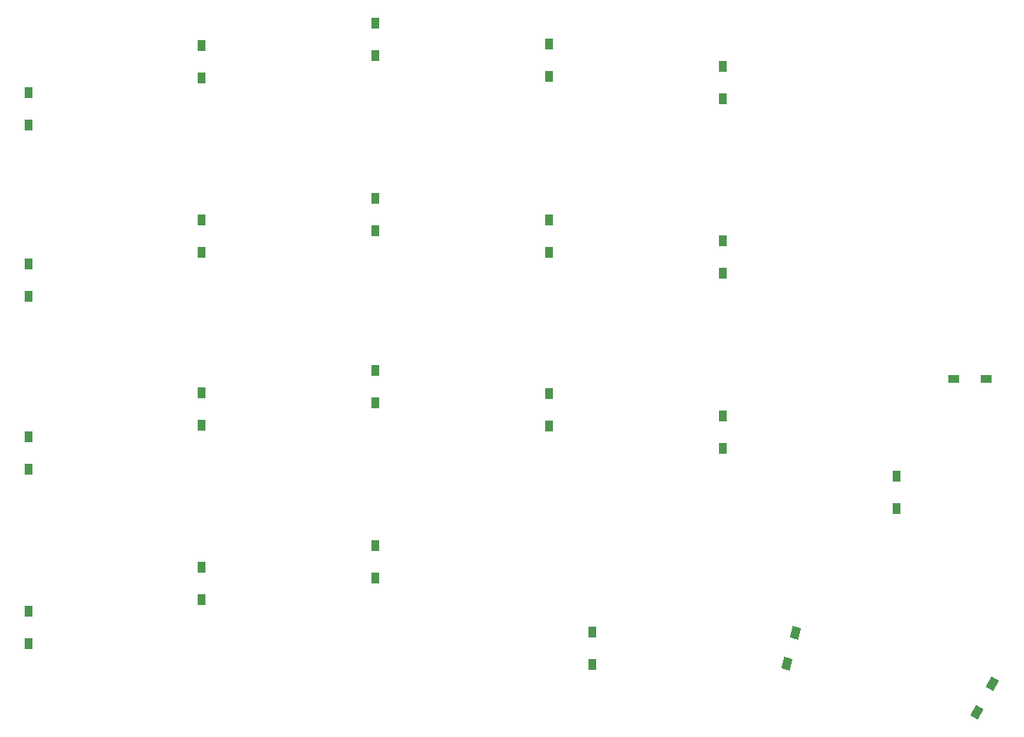
<source format=gbr>
%TF.GenerationSoftware,KiCad,Pcbnew,7.0.10*%
%TF.CreationDate,2024-09-26T01:26:01+09:00*%
%TF.ProjectId,keyboard_denchi_left,6b657962-6f61-4726-945f-64656e636869,rev?*%
%TF.SameCoordinates,Original*%
%TF.FileFunction,Paste,Top*%
%TF.FilePolarity,Positive*%
%FSLAX46Y46*%
G04 Gerber Fmt 4.6, Leading zero omitted, Abs format (unit mm)*
G04 Created by KiCad (PCBNEW 7.0.10) date 2024-09-26 01:26:01*
%MOMM*%
%LPD*%
G01*
G04 APERTURE LIST*
G04 Aperture macros list*
%AMRotRect*
0 Rectangle, with rotation*
0 The origin of the aperture is its center*
0 $1 length*
0 $2 width*
0 $3 Rotation angle, in degrees counterclockwise*
0 Add horizontal line*
21,1,$1,$2,0,0,$3*%
G04 Aperture macros list end*
%ADD10R,0.950000X1.300000*%
%ADD11RotRect,1.300000X0.950000X255.000000*%
%ADD12RotRect,1.300000X0.950000X240.000000*%
%ADD13R,1.300000X0.950000*%
G04 APERTURE END LIST*
D10*
%TO.C,D2*%
X96012000Y-58670000D03*
X96012000Y-62220000D03*
%TD*%
%TO.C,D20*%
X138811000Y-123059000D03*
X138811000Y-126609000D03*
%TD*%
%TO.C,D13*%
X115062000Y-94357000D03*
X115062000Y-97907000D03*
%TD*%
%TO.C,D9*%
X134112000Y-77847000D03*
X134112000Y-81397000D03*
%TD*%
%TO.C,D10*%
X153162000Y-80133000D03*
X153162000Y-83683000D03*
%TD*%
%TO.C,D11*%
X77062000Y-101596000D03*
X77062000Y-105146000D03*
%TD*%
%TO.C,D16*%
X172212000Y-105914000D03*
X172212000Y-109464000D03*
%TD*%
%TO.C,D15*%
X153162000Y-99310000D03*
X153162000Y-102860000D03*
%TD*%
%TO.C,D1*%
X77062000Y-63877000D03*
X77062000Y-67427000D03*
%TD*%
%TO.C,D7*%
X96012000Y-77847000D03*
X96012000Y-81397000D03*
%TD*%
%TO.C,D3*%
X115062000Y-56257000D03*
X115062000Y-59807000D03*
%TD*%
D11*
%TO.C,D21*%
X161114404Y-123119482D03*
X160195596Y-126548518D03*
%TD*%
D10*
%TO.C,D14*%
X134112000Y-96897000D03*
X134112000Y-100447000D03*
%TD*%
%TO.C,D18*%
X96012000Y-115947000D03*
X96012000Y-119497000D03*
%TD*%
%TO.C,D17*%
X77062000Y-120773000D03*
X77062000Y-124323000D03*
%TD*%
%TO.C,D19*%
X115062000Y-113534000D03*
X115062000Y-117084000D03*
%TD*%
D12*
%TO.C,D22*%
X182750666Y-128758640D03*
X180975666Y-131833030D03*
%TD*%
D10*
%TO.C,D8*%
X115062000Y-75434000D03*
X115062000Y-78984000D03*
%TD*%
%TO.C,D12*%
X96012000Y-96770000D03*
X96012000Y-100320000D03*
%TD*%
%TO.C,D4*%
X134112000Y-58543000D03*
X134112000Y-62093000D03*
%TD*%
D13*
%TO.C,D23*%
X181991000Y-95300412D03*
X178441000Y-95300412D03*
%TD*%
D10*
%TO.C,D6*%
X77062000Y-82673000D03*
X77062000Y-86223000D03*
%TD*%
%TO.C,D5*%
X153162000Y-60956000D03*
X153162000Y-64506000D03*
%TD*%
M02*

</source>
